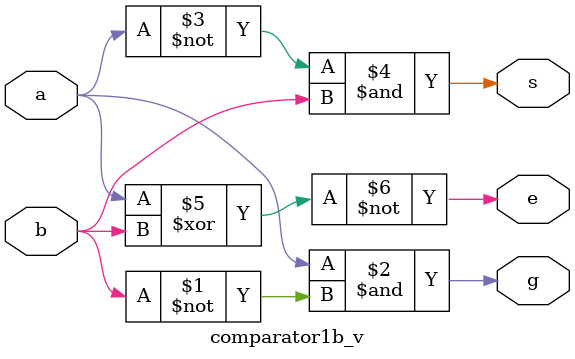
<source format=v>
module comparator1b_v (input a, b, output g,s,e);
   // Define wires (~variables) nor inverted an and b
   wire na, nb;

   // Netlist method using Verilog primitives
	/*
   not g1 (a,na);
   not g2 (b,nb);
   and g3 (a, nb, g);
   and g4 (na,b,s);
   xnor g5 (a,b,e);
	*/

   //Assign the result of logical operators
	assign g = a & (~b);
	assign s = (~a) & b;
	assign e = ~(a ^ b);
endmodule // comparator1b


</source>
